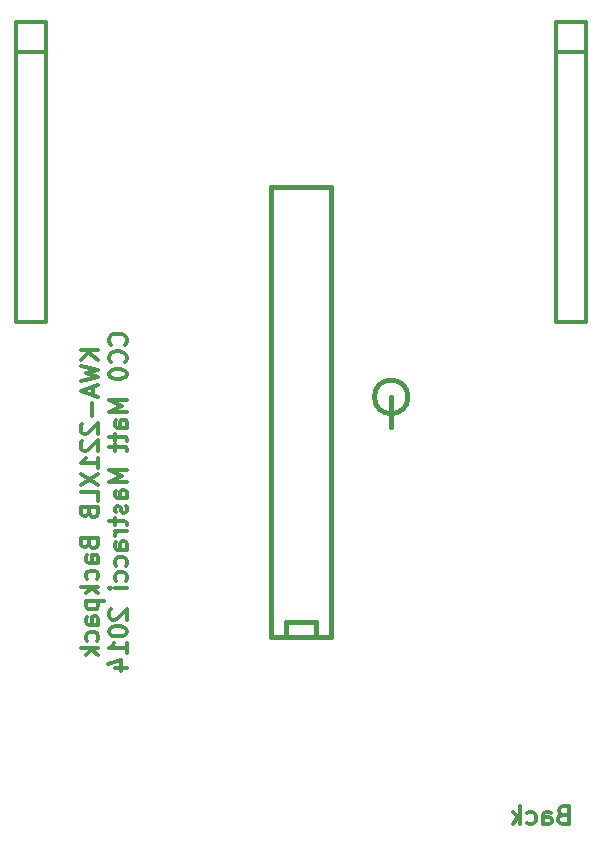
<source format=gbo>
G04 (created by PCBNEW (2013-07-07 BZR 4022)-stable) date 9/10/2014 12:23:06 PM*
%MOIN*%
G04 Gerber Fmt 3.4, Leading zero omitted, Abs format*
%FSLAX34Y34*%
G01*
G70*
G90*
G04 APERTURE LIST*
%ADD10C,0.00590551*%
%ADD11C,0.011811*%
%ADD12C,0.012*%
%ADD13C,0.015*%
G04 APERTURE END LIST*
G54D10*
G54D11*
X21739Y-26424D02*
X21148Y-26424D01*
X21739Y-26761D02*
X21401Y-26508D01*
X21148Y-26761D02*
X21485Y-26424D01*
X21148Y-26958D02*
X21739Y-27098D01*
X21317Y-27211D01*
X21739Y-27323D01*
X21148Y-27464D01*
X21570Y-27661D02*
X21570Y-27942D01*
X21739Y-27605D02*
X21148Y-27802D01*
X21739Y-27998D01*
X21514Y-28195D02*
X21514Y-28645D01*
X21204Y-28898D02*
X21176Y-28926D01*
X21148Y-28983D01*
X21148Y-29123D01*
X21176Y-29179D01*
X21204Y-29208D01*
X21260Y-29236D01*
X21317Y-29236D01*
X21401Y-29208D01*
X21739Y-28870D01*
X21739Y-29236D01*
X21204Y-29461D02*
X21176Y-29489D01*
X21148Y-29545D01*
X21148Y-29686D01*
X21176Y-29742D01*
X21204Y-29770D01*
X21260Y-29798D01*
X21317Y-29798D01*
X21401Y-29770D01*
X21739Y-29433D01*
X21739Y-29798D01*
X21739Y-30361D02*
X21739Y-30023D01*
X21739Y-30192D02*
X21148Y-30192D01*
X21232Y-30136D01*
X21289Y-30079D01*
X21317Y-30023D01*
X21148Y-30557D02*
X21739Y-30951D01*
X21148Y-30951D02*
X21739Y-30557D01*
X21739Y-31457D02*
X21739Y-31176D01*
X21148Y-31176D01*
X21429Y-31851D02*
X21457Y-31935D01*
X21485Y-31964D01*
X21542Y-31992D01*
X21626Y-31992D01*
X21682Y-31964D01*
X21710Y-31935D01*
X21739Y-31879D01*
X21739Y-31654D01*
X21148Y-31654D01*
X21148Y-31851D01*
X21176Y-31907D01*
X21204Y-31935D01*
X21260Y-31964D01*
X21317Y-31964D01*
X21373Y-31935D01*
X21401Y-31907D01*
X21429Y-31851D01*
X21429Y-31654D01*
X21429Y-32892D02*
X21457Y-32976D01*
X21485Y-33004D01*
X21542Y-33032D01*
X21626Y-33032D01*
X21682Y-33004D01*
X21710Y-32976D01*
X21739Y-32920D01*
X21739Y-32695D01*
X21148Y-32695D01*
X21148Y-32892D01*
X21176Y-32948D01*
X21204Y-32976D01*
X21260Y-33004D01*
X21317Y-33004D01*
X21373Y-32976D01*
X21401Y-32948D01*
X21429Y-32892D01*
X21429Y-32695D01*
X21739Y-33538D02*
X21429Y-33538D01*
X21373Y-33510D01*
X21345Y-33454D01*
X21345Y-33341D01*
X21373Y-33285D01*
X21710Y-33538D02*
X21739Y-33482D01*
X21739Y-33341D01*
X21710Y-33285D01*
X21654Y-33257D01*
X21598Y-33257D01*
X21542Y-33285D01*
X21514Y-33341D01*
X21514Y-33482D01*
X21485Y-33538D01*
X21710Y-34073D02*
X21739Y-34016D01*
X21739Y-33904D01*
X21710Y-33848D01*
X21682Y-33820D01*
X21626Y-33791D01*
X21457Y-33791D01*
X21401Y-33820D01*
X21373Y-33848D01*
X21345Y-33904D01*
X21345Y-34016D01*
X21373Y-34073D01*
X21739Y-34326D02*
X21148Y-34326D01*
X21514Y-34382D02*
X21739Y-34551D01*
X21345Y-34551D02*
X21570Y-34326D01*
X21345Y-34804D02*
X21935Y-34804D01*
X21373Y-34804D02*
X21345Y-34860D01*
X21345Y-34973D01*
X21373Y-35029D01*
X21401Y-35057D01*
X21457Y-35085D01*
X21626Y-35085D01*
X21682Y-35057D01*
X21710Y-35029D01*
X21739Y-34973D01*
X21739Y-34860D01*
X21710Y-34804D01*
X21739Y-35591D02*
X21429Y-35591D01*
X21373Y-35563D01*
X21345Y-35507D01*
X21345Y-35394D01*
X21373Y-35338D01*
X21710Y-35591D02*
X21739Y-35535D01*
X21739Y-35394D01*
X21710Y-35338D01*
X21654Y-35310D01*
X21598Y-35310D01*
X21542Y-35338D01*
X21514Y-35394D01*
X21514Y-35535D01*
X21485Y-35591D01*
X21710Y-36125D02*
X21739Y-36069D01*
X21739Y-35957D01*
X21710Y-35901D01*
X21682Y-35872D01*
X21626Y-35844D01*
X21457Y-35844D01*
X21401Y-35872D01*
X21373Y-35901D01*
X21345Y-35957D01*
X21345Y-36069D01*
X21373Y-36125D01*
X21739Y-36379D02*
X21148Y-36379D01*
X21514Y-36435D02*
X21739Y-36604D01*
X21345Y-36604D02*
X21570Y-36379D01*
X22627Y-26255D02*
X22655Y-26227D01*
X22683Y-26142D01*
X22683Y-26086D01*
X22655Y-26002D01*
X22599Y-25946D01*
X22543Y-25917D01*
X22430Y-25889D01*
X22346Y-25889D01*
X22233Y-25917D01*
X22177Y-25946D01*
X22121Y-26002D01*
X22093Y-26086D01*
X22093Y-26142D01*
X22121Y-26227D01*
X22149Y-26255D01*
X22627Y-26845D02*
X22655Y-26817D01*
X22683Y-26733D01*
X22683Y-26677D01*
X22655Y-26592D01*
X22599Y-26536D01*
X22543Y-26508D01*
X22430Y-26480D01*
X22346Y-26480D01*
X22233Y-26508D01*
X22177Y-26536D01*
X22121Y-26592D01*
X22093Y-26677D01*
X22093Y-26733D01*
X22121Y-26817D01*
X22149Y-26845D01*
X22093Y-27211D02*
X22093Y-27267D01*
X22121Y-27323D01*
X22149Y-27352D01*
X22205Y-27380D01*
X22318Y-27408D01*
X22458Y-27408D01*
X22571Y-27380D01*
X22627Y-27352D01*
X22655Y-27323D01*
X22683Y-27267D01*
X22683Y-27211D01*
X22655Y-27155D01*
X22627Y-27127D01*
X22571Y-27098D01*
X22458Y-27070D01*
X22318Y-27070D01*
X22205Y-27098D01*
X22149Y-27127D01*
X22121Y-27155D01*
X22093Y-27211D01*
X22683Y-28111D02*
X22093Y-28111D01*
X22515Y-28308D01*
X22093Y-28505D01*
X22683Y-28505D01*
X22683Y-29039D02*
X22374Y-29039D01*
X22318Y-29011D01*
X22290Y-28955D01*
X22290Y-28842D01*
X22318Y-28786D01*
X22655Y-29039D02*
X22683Y-28983D01*
X22683Y-28842D01*
X22655Y-28786D01*
X22599Y-28758D01*
X22543Y-28758D01*
X22487Y-28786D01*
X22458Y-28842D01*
X22458Y-28983D01*
X22430Y-29039D01*
X22290Y-29236D02*
X22290Y-29461D01*
X22093Y-29320D02*
X22599Y-29320D01*
X22655Y-29348D01*
X22683Y-29404D01*
X22683Y-29461D01*
X22290Y-29573D02*
X22290Y-29798D01*
X22093Y-29658D02*
X22599Y-29658D01*
X22655Y-29686D01*
X22683Y-29742D01*
X22683Y-29798D01*
X22683Y-30445D02*
X22093Y-30445D01*
X22515Y-30642D01*
X22093Y-30839D01*
X22683Y-30839D01*
X22683Y-31373D02*
X22374Y-31373D01*
X22318Y-31345D01*
X22290Y-31289D01*
X22290Y-31176D01*
X22318Y-31120D01*
X22655Y-31373D02*
X22683Y-31317D01*
X22683Y-31176D01*
X22655Y-31120D01*
X22599Y-31092D01*
X22543Y-31092D01*
X22487Y-31120D01*
X22458Y-31176D01*
X22458Y-31317D01*
X22430Y-31373D01*
X22655Y-31626D02*
X22683Y-31682D01*
X22683Y-31795D01*
X22655Y-31851D01*
X22599Y-31879D01*
X22571Y-31879D01*
X22515Y-31851D01*
X22487Y-31795D01*
X22487Y-31710D01*
X22458Y-31654D01*
X22402Y-31626D01*
X22374Y-31626D01*
X22318Y-31654D01*
X22290Y-31710D01*
X22290Y-31795D01*
X22318Y-31851D01*
X22290Y-32048D02*
X22290Y-32273D01*
X22093Y-32132D02*
X22599Y-32132D01*
X22655Y-32160D01*
X22683Y-32217D01*
X22683Y-32273D01*
X22683Y-32470D02*
X22290Y-32470D01*
X22402Y-32470D02*
X22346Y-32498D01*
X22318Y-32526D01*
X22290Y-32582D01*
X22290Y-32638D01*
X22683Y-33088D02*
X22374Y-33088D01*
X22318Y-33060D01*
X22290Y-33004D01*
X22290Y-32892D01*
X22318Y-32835D01*
X22655Y-33088D02*
X22683Y-33032D01*
X22683Y-32892D01*
X22655Y-32835D01*
X22599Y-32807D01*
X22543Y-32807D01*
X22487Y-32835D01*
X22458Y-32892D01*
X22458Y-33032D01*
X22430Y-33088D01*
X22655Y-33623D02*
X22683Y-33566D01*
X22683Y-33454D01*
X22655Y-33398D01*
X22627Y-33370D01*
X22571Y-33341D01*
X22402Y-33341D01*
X22346Y-33370D01*
X22318Y-33398D01*
X22290Y-33454D01*
X22290Y-33566D01*
X22318Y-33623D01*
X22655Y-34129D02*
X22683Y-34073D01*
X22683Y-33960D01*
X22655Y-33904D01*
X22627Y-33876D01*
X22571Y-33848D01*
X22402Y-33848D01*
X22346Y-33876D01*
X22318Y-33904D01*
X22290Y-33960D01*
X22290Y-34073D01*
X22318Y-34129D01*
X22683Y-34382D02*
X22290Y-34382D01*
X22093Y-34382D02*
X22121Y-34354D01*
X22149Y-34382D01*
X22121Y-34410D01*
X22093Y-34382D01*
X22149Y-34382D01*
X22149Y-35085D02*
X22121Y-35113D01*
X22093Y-35169D01*
X22093Y-35310D01*
X22121Y-35366D01*
X22149Y-35394D01*
X22205Y-35422D01*
X22262Y-35422D01*
X22346Y-35394D01*
X22683Y-35057D01*
X22683Y-35422D01*
X22093Y-35788D02*
X22093Y-35844D01*
X22121Y-35901D01*
X22149Y-35929D01*
X22205Y-35957D01*
X22318Y-35985D01*
X22458Y-35985D01*
X22571Y-35957D01*
X22627Y-35929D01*
X22655Y-35901D01*
X22683Y-35844D01*
X22683Y-35788D01*
X22655Y-35732D01*
X22627Y-35704D01*
X22571Y-35676D01*
X22458Y-35647D01*
X22318Y-35647D01*
X22205Y-35676D01*
X22149Y-35704D01*
X22121Y-35732D01*
X22093Y-35788D01*
X22683Y-36547D02*
X22683Y-36210D01*
X22683Y-36379D02*
X22093Y-36379D01*
X22177Y-36322D01*
X22233Y-36266D01*
X22262Y-36210D01*
X22290Y-37053D02*
X22683Y-37053D01*
X22065Y-36913D02*
X22487Y-36772D01*
X22487Y-37138D01*
X37217Y-41929D02*
X37132Y-41957D01*
X37104Y-41985D01*
X37076Y-42042D01*
X37076Y-42126D01*
X37104Y-42182D01*
X37132Y-42210D01*
X37188Y-42239D01*
X37413Y-42239D01*
X37413Y-41648D01*
X37217Y-41648D01*
X37160Y-41676D01*
X37132Y-41704D01*
X37104Y-41760D01*
X37104Y-41817D01*
X37132Y-41873D01*
X37160Y-41901D01*
X37217Y-41929D01*
X37413Y-41929D01*
X36570Y-42239D02*
X36570Y-41929D01*
X36598Y-41873D01*
X36654Y-41845D01*
X36767Y-41845D01*
X36823Y-41873D01*
X36570Y-42210D02*
X36626Y-42239D01*
X36767Y-42239D01*
X36823Y-42210D01*
X36851Y-42154D01*
X36851Y-42098D01*
X36823Y-42042D01*
X36767Y-42014D01*
X36626Y-42014D01*
X36570Y-41985D01*
X36035Y-42210D02*
X36092Y-42239D01*
X36204Y-42239D01*
X36260Y-42210D01*
X36289Y-42182D01*
X36317Y-42126D01*
X36317Y-41957D01*
X36289Y-41901D01*
X36260Y-41873D01*
X36204Y-41845D01*
X36092Y-41845D01*
X36035Y-41873D01*
X35782Y-42239D02*
X35782Y-41648D01*
X35726Y-42014D02*
X35557Y-42239D01*
X35557Y-41845D02*
X35782Y-42070D01*
G54D12*
X38000Y-15500D02*
X37000Y-15500D01*
X37000Y-15500D02*
X37000Y-25500D01*
X37000Y-25500D02*
X38000Y-25500D01*
X38000Y-25500D02*
X38000Y-15500D01*
X38000Y-16500D02*
X37000Y-16500D01*
X20000Y-15500D02*
X19000Y-15500D01*
X19000Y-15500D02*
X19000Y-25500D01*
X19000Y-25500D02*
X20000Y-25500D01*
X20000Y-25500D02*
X20000Y-15500D01*
X20000Y-16500D02*
X19000Y-16500D01*
G54D13*
X29500Y-36000D02*
X29500Y-21000D01*
X29500Y-21000D02*
X27500Y-21000D01*
X27500Y-21000D02*
X27500Y-36000D01*
X27500Y-36000D02*
X29500Y-36000D01*
X29000Y-36000D02*
X29000Y-35500D01*
X29000Y-35500D02*
X28000Y-35500D01*
X28000Y-35500D02*
X28000Y-36000D01*
X31500Y-28000D02*
X31500Y-29000D01*
X32059Y-28000D02*
G75*
G03X32059Y-28000I-559J0D01*
G74*
G01*
M02*

</source>
